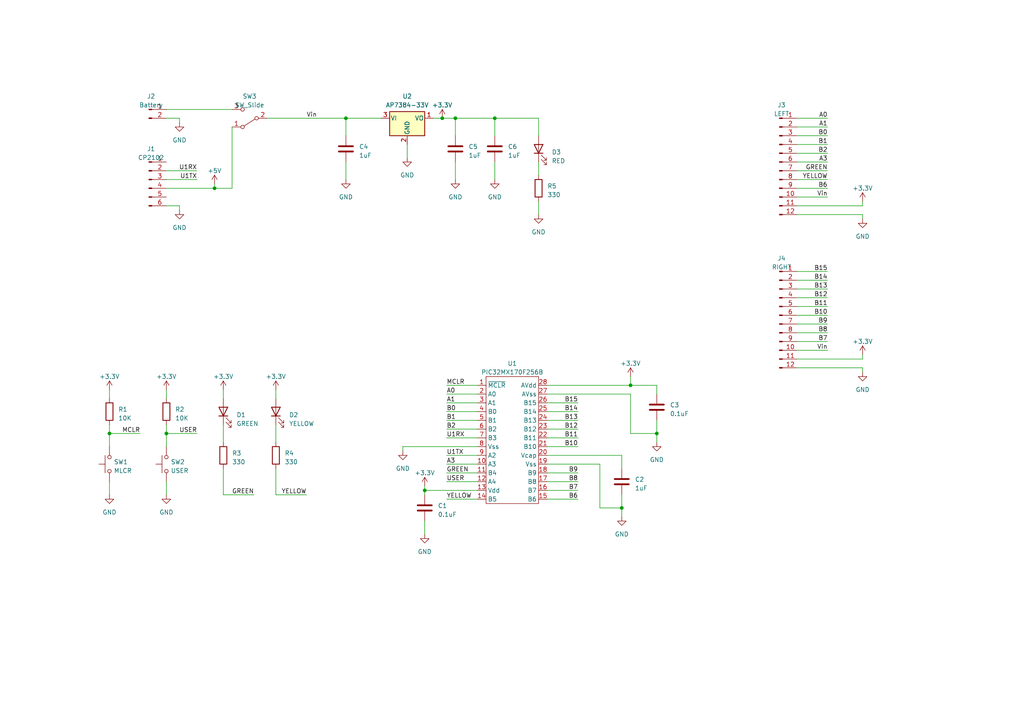
<source format=kicad_sch>
(kicad_sch (version 20230121) (generator eeschema)
  (paper "A4")
  (lib_symbols
    (symbol "Connector:Conn_01x02_Pin" (pin_names (offset 1.016) hide)
      (property "Reference" "J" (at 0 2.54 0))
      (property "Value" "Conn_01x02_Pin" (at 0 -5.08 0))
      (symbol "Conn_01x02_Pin_1_1"
        (polyline (pts (xy 1.27 -2.54) (xy 0.8636 -2.54)) (stroke (width 0.1524)))
        (polyline (pts (xy 1.27 0) (xy 0.8636 0)) (stroke (width 0.1524)))
        (rectangle (start 0.8636 -2.413) (end 0 -2.667) (stroke (width 0.1524)) (fill (type outline)))
        (rectangle (start 0.8636 0.127) (end 0 -0.127) (stroke (width 0.1524)) (fill (type outline)))
        (pin passive line (at 5.08 0 180) (length 3.81) (name "Pin_1") (number "1"))
        (pin passive line (at 5.08 -2.54 180) (length 3.81) (name "Pin_2") (number "2"))
      )
    )
    (symbol "Connector:Conn_01x06_Pin" (pin_names (offset 1.016) hide)
      (property "Reference" "J" (at 0 7.62 0))
      (property "Value" "Conn_01x06_Pin" (at 0 -10.16 0))
      (symbol "Conn_01x06_Pin_1_1"
        (polyline (pts (xy 1.27 -7.62) (xy 0.8636 -7.62)) (stroke (width 0.1524)))
        (polyline (pts (xy 1.27 -5.08) (xy 0.8636 -5.08)) (stroke (width 0.1524)))
        (polyline (pts (xy 1.27 -2.54) (xy 0.8636 -2.54)) (stroke (width 0.1524)))
        (polyline (pts (xy 1.27 0) (xy 0.8636 0)) (stroke (width 0.1524)))
        (polyline (pts (xy 1.27 2.54) (xy 0.8636 2.54)) (stroke (width 0.1524)))
        (polyline (pts (xy 1.27 5.08) (xy 0.8636 5.08)) (stroke (width 0.1524)))
        (rectangle (start 0.8636 -7.493) (end 0 -7.747) (stroke (width 0.1524)) (fill (type outline)))
        (rectangle (start 0.8636 -4.953) (end 0 -5.207) (stroke (width 0.1524)) (fill (type outline)))
        (rectangle (start 0.8636 -2.413) (end 0 -2.667) (stroke (width 0.1524)) (fill (type outline)))
        (rectangle (start 0.8636 0.127) (end 0 -0.127) (stroke (width 0.1524)) (fill (type outline)))
        (rectangle (start 0.8636 2.667) (end 0 2.413) (stroke (width 0.1524)) (fill (type outline)))
        (rectangle (start 0.8636 5.207) (end 0 4.953) (stroke (width 0.1524)) (fill (type outline)))
        (pin passive line (at 5.08 5.08 180) (length 3.81) (name "Pin_1") (number "1"))
        (pin passive line (at 5.08 2.54 180) (length 3.81) (name "Pin_2") (number "2"))
        (pin passive line (at 5.08 0 180) (length 3.81) (name "Pin_3") (number "3"))
        (pin passive line (at 5.08 -2.54 180) (length 3.81) (name "Pin_4") (number "4"))
        (pin passive line (at 5.08 -5.08 180) (length 3.81) (name "Pin_5") (number "5"))
        (pin passive line (at 5.08 -7.62 180) (length 3.81) (name "Pin_6") (number "6"))
      )
    )
    (symbol "Connector:Conn_01x12_Pin" (pin_names (offset 1.016) hide)
      (property "Reference" "J" (at 0 15.24 0))
      (property "Value" "Conn_01x12_Pin" (at 0 -17.78 0))
      (symbol "Conn_01x12_Pin_1_1"
        (polyline (pts (xy 1.27 -15.24) (xy 0.8636 -15.24)) (stroke (width 0.1524)))
        (polyline (pts (xy 1.27 -12.7) (xy 0.8636 -12.7)) (stroke (width 0.1524)))
        (polyline (pts (xy 1.27 -10.16) (xy 0.8636 -10.16)) (stroke (width 0.1524)))
        (polyline (pts (xy 1.27 -7.62) (xy 0.8636 -7.62)) (stroke (width 0.1524)))
        (polyline (pts (xy 1.27 -5.08) (xy 0.8636 -5.08)) (stroke (width 0.1524)))
        (polyline (pts (xy 1.27 -2.54) (xy 0.8636 -2.54)) (stroke (width 0.1524)))
        (polyline (pts (xy 1.27 0) (xy 0.8636 0)) (stroke (width 0.1524)))
        (polyline (pts (xy 1.27 2.54) (xy 0.8636 2.54)) (stroke (width 0.1524)))
        (polyline (pts (xy 1.27 5.08) (xy 0.8636 5.08)) (stroke (width 0.1524)))
        (polyline (pts (xy 1.27 7.62) (xy 0.8636 7.62)) (stroke (width 0.1524)))
        (polyline (pts (xy 1.27 10.16) (xy 0.8636 10.16)) (stroke (width 0.1524)))
        (polyline (pts (xy 1.27 12.7) (xy 0.8636 12.7)) (stroke (width 0.1524)))
        (rectangle (start 0.8636 -15.113) (end 0 -15.367) (stroke (width 0.1524)) (fill (type outline)))
        (rectangle (start 0.8636 -12.573) (end 0 -12.827) (stroke (width 0.1524)) (fill (type outline)))
        (rectangle (start 0.8636 -10.033) (end 0 -10.287) (stroke (width 0.1524)) (fill (type outline)))
        (rectangle (start 0.8636 -7.493) (end 0 -7.747) (stroke (width 0.1524)) (fill (type outline)))
        (rectangle (start 0.8636 -4.953) (end 0 -5.207) (stroke (width 0.1524)) (fill (type outline)))
        (rectangle (start 0.8636 -2.413) (end 0 -2.667) (stroke (width 0.1524)) (fill (type outline)))
        (rectangle (start 0.8636 0.127) (end 0 -0.127) (stroke (width 0.1524)) (fill (type outline)))
        (rectangle (start 0.8636 2.667) (end 0 2.413) (stroke (width 0.1524)) (fill (type outline)))
        (rectangle (start 0.8636 5.207) (end 0 4.953) (stroke (width 0.1524)) (fill (type outline)))
        (rectangle (start 0.8636 7.747) (end 0 7.493) (stroke (width 0.1524)) (fill (type outline)))
        (rectangle (start 0.8636 10.287) (end 0 10.033) (stroke (width 0.1524)) (fill (type outline)))
        (rectangle (start 0.8636 12.827) (end 0 12.573) (stroke (width 0.1524)) (fill (type outline)))
        (pin passive line (at 5.08 12.7 180) (length 3.81) (name "Pin_1") (number "1"))
        (pin passive line (at 5.08 -10.16 180) (length 3.81) (name "Pin_10") (number "10"))
        (pin passive line (at 5.08 -12.7 180) (length 3.81) (name "Pin_11") (number "11"))
        (pin passive line (at 5.08 -15.24 180) (length 3.81) (name "Pin_12") (number "12"))
        (pin passive line (at 5.08 10.16 180) (length 3.81) (name "Pin_2") (number "2"))
        (pin passive line (at 5.08 7.62 180) (length 3.81) (name "Pin_3") (number "3"))
        (pin passive line (at 5.08 5.08 180) (length 3.81) (name "Pin_4") (number "4"))
        (pin passive line (at 5.08 2.54 180) (length 3.81) (name "Pin_5") (number "5"))
        (pin passive line (at 5.08 0 180) (length 3.81) (name "Pin_6") (number "6"))
        (pin passive line (at 5.08 -2.54 180) (length 3.81) (name "Pin_7") (number "7"))
        (pin passive line (at 5.08 -5.08 180) (length 3.81) (name "Pin_8") (number "8"))
        (pin passive line (at 5.08 -7.62 180) (length 3.81) (name "Pin_9") (number "9"))
      )
    )
    (symbol "Device:C" (pin_numbers hide) (pin_names (offset 0.254))
      (property "Reference" "C" (at 0.635 2.54 0))
      (property "Value" "C" (at 0.635 -2.54 0))
      (symbol "C_0_1"
        (polyline (pts (xy -2.032 -0.762) (xy 2.032 -0.762)) (stroke (width 0.508)))
        (polyline (pts (xy -2.032 0.762) (xy 2.032 0.762)) (stroke (width 0.508)))
      )
      (symbol "C_1_1"
        (pin passive line (at 0 3.81 270) (length 2.794) (name "~") (number "1"))
        (pin passive line (at 0 -3.81 90) (length 2.794) (name "~") (number "2"))
      )
    )
    (symbol "Device:LED" (pin_numbers hide) (pin_names (offset 1.016) hide)
      (property "Reference" "D" (at 0 2.54 0))
      (property "Value" "LED" (at 0 -2.54 0))
      (symbol "LED_0_1"
        (polyline (pts (xy -1.27 -1.27) (xy -1.27 1.27)) (stroke (width 0.254)))
        (polyline (pts (xy -1.27 0) (xy 1.27 0)))
        (polyline (pts (xy 1.27 -1.27) (xy 1.27 1.27) (xy -1.27 0) (xy 1.27 -1.27)) (stroke (width 0.254)))
        (polyline (pts (xy -3.048 -0.762) (xy -4.572 -2.286) (xy -3.81 -2.286) (xy -4.572 -2.286) (xy -4.572 -1.524)))
        (polyline (pts (xy -1.778 -0.762) (xy -3.302 -2.286) (xy -2.54 -2.286) (xy -3.302 -2.286) (xy -3.302 -1.524)))
      )
      (symbol "LED_1_1"
        (pin passive line (at -3.81 0 0) (length 2.54) (name "K") (number "1"))
        (pin passive line (at 3.81 0 180) (length 2.54) (name "A") (number "2"))
      )
    )
    (symbol "Device:R" (pin_numbers hide) (pin_names (offset 0))
      (property "Reference" "R" (at 2.032 0 90))
      (property "Value" "R" (at 0 0 90))
      (symbol "R_0_1"
        (rectangle (start -1.016 -2.54) (end 1.016 2.54) (stroke (width 0.254)))
      )
      (symbol "R_1_1"
        (pin passive line (at 0 3.81 270) (length 1.27) (name "~") (number "1"))
        (pin passive line (at 0 -3.81 90) (length 1.27) (name "~") (number "2"))
      )
    )
    (symbol "HW4:AP7384-33V" (pin_names (offset 0.254))
      (property "Reference" "U" (at -3.81 3.175 0))
      (property "Value" "AP7384-33V" (at 0 3.175 0))
      (symbol "AP7384-33V_0_1"
        (rectangle (start -5.08 1.905) (end 5.08 -5.08) (stroke (width 0.254)) (fill (type background)))
      )
      (symbol "AP7384-33V_1_1"
        (pin power_out line (at 7.62 0 180) (length 2.54) (name "VO") (number "1"))
        (pin power_in line (at 0 -7.62 90) (length 2.54) (name "GND") (number "2"))
        (pin power_in line (at -7.62 0 0) (length 2.54) (name "VI") (number "3"))
      )
    )
    (symbol "HW4:PIC32MX170F256B"
      (property "Reference" "U" (at 0 21.59 0))
      (property "Value" "PIC32MX170F256B" (at 0 19.05 0))
      (symbol "PIC32MX170F256B_0_1"
        (rectangle (start -7.62 17.78) (end 7.62 -19.05))
      )
      (symbol "PIC32MX170F256B_1_1"
        (pin input line (at -10.16 15.24 0) (length 2.54) (name "~{MCLR}") (number "1"))
        (pin input line (at -10.16 -7.62 0) (length 2.54) (name "A3") (number "10"))
        (pin input line (at -10.16 -10.16 0) (length 2.54) (name "B4") (number "11"))
        (pin input line (at -10.16 -12.7 0) (length 2.54) (name "A4") (number "12"))
        (pin input line (at -10.16 -15.24 0) (length 2.54) (name "Vdd") (number "13"))
        (pin input line (at -10.16 -17.78 0) (length 2.54) (name "B5") (number "14"))
        (pin input line (at 10.16 -17.78 180) (length 2.54) (name "B6") (number "15"))
        (pin input line (at 10.16 -15.24 180) (length 2.54) (name "B7") (number "16"))
        (pin input line (at 10.16 -12.7 180) (length 2.54) (name "B8") (number "17"))
        (pin input line (at 10.16 -10.16 180) (length 2.54) (name "B9") (number "18"))
        (pin input line (at 10.16 -7.62 180) (length 2.54) (name "Vss") (number "19"))
        (pin input line (at -10.16 12.7 0) (length 2.54) (name "A0") (number "2"))
        (pin input line (at 10.16 -5.08 180) (length 2.54) (name "Vcap") (number "20"))
        (pin input line (at 10.16 -2.54 180) (length 2.54) (name "B10") (number "21"))
        (pin input line (at 10.16 0 180) (length 2.54) (name "B11") (number "22"))
        (pin input line (at 10.16 2.54 180) (length 2.54) (name "B12") (number "23"))
        (pin input line (at 10.16 5.08 180) (length 2.54) (name "B13") (number "24"))
        (pin input line (at 10.16 7.62 180) (length 2.54) (name "B14") (number "25"))
        (pin input line (at 10.16 10.16 180) (length 2.54) (name "B15") (number "26"))
        (pin input line (at 10.16 12.7 180) (length 2.54) (name "AVss") (number "27"))
        (pin input line (at 10.16 15.24 180) (length 2.54) (name "AVdd") (number "28"))
        (pin input line (at -10.16 10.16 0) (length 2.54) (name "A1") (number "3"))
        (pin input line (at -10.16 7.62 0) (length 2.54) (name "B0") (number "4"))
        (pin input line (at -10.16 5.08 0) (length 2.54) (name "B1") (number "5"))
        (pin input line (at -10.16 2.54 0) (length 2.54) (name "B2") (number "6"))
        (pin input line (at -10.16 0 0) (length 2.54) (name "B3") (number "7"))
        (pin input line (at -10.16 -2.54 0) (length 2.54) (name "Vss") (number "8"))
        (pin input line (at -10.16 -5.08 0) (length 2.54) (name "A2") (number "9"))
      )
    )
    (symbol "Switch:SW_Push" (pin_numbers hide) (pin_names (offset 1.016) hide)
      (property "Reference" "SW" (at 1.27 2.54 0))
      (property "Value" "SW_Push" (at 0 -1.524 0))
      (symbol "SW_Push_0_1"
        (circle (center -2.032 0) (radius 0.508))
        (polyline (pts (xy 0 1.27) (xy 0 3.048)))
        (polyline (pts (xy 2.54 1.27) (xy -2.54 1.27)))
        (circle (center 2.032 0) (radius 0.508))
        (pin passive line (at -5.08 0 0) (length 2.54) (name "1") (number "1"))
        (pin passive line (at 5.08 0 180) (length 2.54) (name "2") (number "2"))
      )
    )
    (symbol "Switch:SW_SPDT" (pin_names (offset 0) hide)
      (property "Reference" "SW" (at 0 4.318 0))
      (property "Value" "SW_SPDT" (at 0 -5.08 0))
      (symbol "SW_SPDT_0_0"
        (circle (center -2.032 0) (radius 0.508))
        (circle (center 2.032 -2.54) (radius 0.508))
      )
      (symbol "SW_SPDT_0_1"
        (polyline (pts (xy -1.524 0.254) (xy 1.651 2.286)))
        (circle (center 2.032 2.54) (radius 0.508))
      )
      (symbol "SW_SPDT_1_1"
        (pin passive line (at 5.08 2.54 180) (length 2.54) (name "A") (number "1"))
        (pin passive line (at -5.08 0 0) (length 2.54) (name "B") (number "2"))
        (pin passive line (at 5.08 -2.54 180) (length 2.54) (name "C") (number "3"))
      )
    )
    (symbol "power:+3.3V" (power) (pin_names (offset 0))
      (property "Value" "+3.3V" (at 0 3.556 0))
      (symbol "+3.3V_0_1"
        (polyline (pts (xy -0.762 1.27) (xy 0 2.54)))
        (polyline (pts (xy 0 0) (xy 0 2.54)))
        (polyline (pts (xy 0 2.54) (xy 0.762 1.27)))
      )
      (symbol "+3.3V_1_1"
        (pin power_in line (at 0 0 90) (length 0) hide (name "+3.3V") (number "1"))
      )
    )
    (symbol "power:+5V" (power) (pin_names (offset 0))
      (property "Value" "+5V" (at 0 3.556 0))
      (symbol "+5V_0_1"
        (polyline (pts (xy -0.762 1.27) (xy 0 2.54)))
        (polyline (pts (xy 0 0) (xy 0 2.54)))
        (polyline (pts (xy 0 2.54) (xy 0.762 1.27)))
      )
      (symbol "+5V_1_1"
        (pin power_in line (at 0 0 90) (length 0) hide (name "+5V") (number "1"))
      )
    )
    (symbol "power:GND" (power) (pin_names (offset 0))
      (property "Value" "GND" (at 0 -3.81 0))
      (symbol "GND_0_1"
        (polyline (pts (xy 0 0) (xy 0 -1.27) (xy 1.27 -1.27) (xy 0 -2.54) (xy -1.27 -1.27) (xy 0 -1.27)))
      )
      (symbol "GND_1_1"
        (pin power_in line (at 0 0 270) (length 0) hide (name "GND") (number "1"))
      )
    )
  )
  (junction (at 48.26 125.73))
  (junction (at 123.19 142.24))
  (junction (at 190.5 125.73))
  (junction (at 100.33 34.29))
  (junction (at 62.23 54.61))
  (junction (at 31.75 125.73))
  (junction (at 132.08 34.29))
  (junction (at 143.51 34.29))
  (junction (at 180.34 147.32))
  (junction (at 128.27 34.29))
  (junction (at 182.88 111.76))
  (wire (pts (xy 182.88 111.76) (xy 190.5 111.76)))
  (wire (pts (xy 100.33 34.29) (xy 100.33 39.37)))
  (wire (pts (xy 231.14 101.6) (xy 240.03 101.6)))
  (wire (pts (xy 250.19 106.68) (xy 250.19 107.95)))
  (wire (pts (xy 128.27 34.29) (xy 132.08 34.29)))
  (wire (pts (xy 48.26 113.03) (xy 48.26 115.57)))
  (wire (pts (xy 129.54 137.16) (xy 138.43 137.16)))
  (wire (pts (xy 48.26 54.61) (xy 62.23 54.61)))
  (wire (pts (xy 125.73 34.29) (xy 128.27 34.29)))
  (wire (pts (xy 250.19 59.69) (xy 250.19 58.42)))
  (wire (pts (xy 158.75 139.7) (xy 167.64 139.7)))
  (wire (pts (xy 64.77 143.51) (xy 73.66 143.51)))
  (wire (pts (xy 173.99 134.62) (xy 173.99 147.32)))
  (wire (pts (xy 48.26 139.7) (xy 48.26 143.51)))
  (wire (pts (xy 80.01 135.89) (xy 80.01 143.51)))
  (wire (pts (xy 231.14 49.53) (xy 240.03 49.53)))
  (wire (pts (xy 100.33 34.29) (xy 110.49 34.29)))
  (wire (pts (xy 158.75 144.78) (xy 167.64 144.78)))
  (wire (pts (xy 67.31 36.83) (xy 67.31 54.61)))
  (wire (pts (xy 180.34 147.32) (xy 180.34 149.86)))
  (wire (pts (xy 31.75 113.03) (xy 31.75 115.57)))
  (wire (pts (xy 116.84 129.54) (xy 138.43 129.54)))
  (wire (pts (xy 231.14 36.83) (xy 240.03 36.83)))
  (wire (pts (xy 48.26 59.69) (xy 52.07 59.69)))
  (wire (pts (xy 158.75 121.92) (xy 167.64 121.92)))
  (wire (pts (xy 231.14 88.9) (xy 240.03 88.9)))
  (wire (pts (xy 158.75 124.46) (xy 167.64 124.46)))
  (wire (pts (xy 31.75 123.19) (xy 31.75 125.73)))
  (wire (pts (xy 182.88 125.73) (xy 190.5 125.73)))
  (wire (pts (xy 132.08 46.99) (xy 132.08 52.07)))
  (wire (pts (xy 129.54 111.76) (xy 138.43 111.76)))
  (wire (pts (xy 132.08 34.29) (xy 132.08 39.37)))
  (wire (pts (xy 48.26 49.53) (xy 57.15 49.53)))
  (wire (pts (xy 129.54 132.08) (xy 138.43 132.08)))
  (wire (pts (xy 158.75 114.3) (xy 182.88 114.3)))
  (wire (pts (xy 129.54 124.46) (xy 138.43 124.46)))
  (wire (pts (xy 156.21 58.42) (xy 156.21 62.23)))
  (wire (pts (xy 158.75 142.24) (xy 167.64 142.24)))
  (wire (pts (xy 118.11 41.91) (xy 118.11 45.72)))
  (wire (pts (xy 231.14 93.98) (xy 240.03 93.98)))
  (wire (pts (xy 48.26 31.75) (xy 67.31 31.75)))
  (wire (pts (xy 31.75 125.73) (xy 31.75 129.54)))
  (wire (pts (xy 48.26 52.07) (xy 57.15 52.07)))
  (wire (pts (xy 31.75 139.7) (xy 31.75 143.51)))
  (wire (pts (xy 64.77 135.89) (xy 64.77 143.51)))
  (wire (pts (xy 129.54 119.38) (xy 138.43 119.38)))
  (wire (pts (xy 129.54 127) (xy 138.43 127)))
  (wire (pts (xy 48.26 123.19) (xy 48.26 125.73)))
  (wire (pts (xy 64.77 123.19) (xy 64.77 128.27)))
  (wire (pts (xy 123.19 142.24) (xy 138.43 142.24)))
  (wire (pts (xy 231.14 44.45) (xy 240.03 44.45)))
  (wire (pts (xy 116.84 129.54) (xy 116.84 130.81)))
  (wire (pts (xy 129.54 144.78) (xy 138.43 144.78)))
  (wire (pts (xy 80.01 143.51) (xy 88.9 143.51)))
  (wire (pts (xy 231.14 78.74) (xy 240.03 78.74)))
  (wire (pts (xy 250.19 104.14) (xy 250.19 102.87)))
  (wire (pts (xy 231.14 52.07) (xy 240.03 52.07)))
  (wire (pts (xy 62.23 54.61) (xy 67.31 54.61)))
  (wire (pts (xy 231.14 39.37) (xy 240.03 39.37)))
  (wire (pts (xy 173.99 147.32) (xy 180.34 147.32)))
  (wire (pts (xy 31.75 125.73) (xy 40.64 125.73)))
  (wire (pts (xy 158.75 129.54) (xy 167.64 129.54)))
  (wire (pts (xy 143.51 34.29) (xy 143.51 39.37)))
  (wire (pts (xy 129.54 121.92) (xy 138.43 121.92)))
  (wire (pts (xy 156.21 34.29) (xy 156.21 39.37)))
  (wire (pts (xy 129.54 134.62) (xy 138.43 134.62)))
  (wire (pts (xy 80.01 123.19) (xy 80.01 128.27)))
  (wire (pts (xy 132.08 34.29) (xy 143.51 34.29)))
  (wire (pts (xy 180.34 132.08) (xy 180.34 135.89)))
  (wire (pts (xy 182.88 114.3) (xy 182.88 125.73)))
  (wire (pts (xy 231.14 41.91) (xy 240.03 41.91)))
  (wire (pts (xy 182.88 109.22) (xy 182.88 111.76)))
  (wire (pts (xy 64.77 113.03) (xy 64.77 115.57)))
  (wire (pts (xy 180.34 143.51) (xy 180.34 147.32)))
  (wire (pts (xy 123.19 151.13) (xy 123.19 154.94)))
  (wire (pts (xy 231.14 104.14) (xy 250.19 104.14)))
  (wire (pts (xy 231.14 46.99) (xy 240.03 46.99)))
  (wire (pts (xy 158.75 134.62) (xy 173.99 134.62)))
  (wire (pts (xy 129.54 139.7) (xy 138.43 139.7)))
  (wire (pts (xy 143.51 34.29) (xy 156.21 34.29)))
  (wire (pts (xy 231.14 99.06) (xy 240.03 99.06)))
  (wire (pts (xy 231.14 34.29) (xy 240.03 34.29)))
  (wire (pts (xy 123.19 142.24) (xy 123.19 143.51)))
  (wire (pts (xy 190.5 125.73) (xy 190.5 128.27)))
  (wire (pts (xy 190.5 111.76) (xy 190.5 114.3)))
  (wire (pts (xy 52.07 59.69) (xy 52.07 60.96)))
  (wire (pts (xy 52.07 34.29) (xy 52.07 35.56)))
  (wire (pts (xy 77.47 34.29) (xy 100.33 34.29)))
  (wire (pts (xy 129.54 114.3) (xy 138.43 114.3)))
  (wire (pts (xy 143.51 46.99) (xy 143.51 52.07)))
  (wire (pts (xy 48.26 125.73) (xy 48.26 129.54)))
  (wire (pts (xy 123.19 140.97) (xy 123.19 142.24)))
  (wire (pts (xy 62.23 53.34) (xy 62.23 54.61)))
  (wire (pts (xy 100.33 46.99) (xy 100.33 52.07)))
  (wire (pts (xy 129.54 116.84) (xy 138.43 116.84)))
  (wire (pts (xy 158.75 116.84) (xy 167.64 116.84)))
  (wire (pts (xy 158.75 137.16) (xy 167.64 137.16)))
  (wire (pts (xy 231.14 81.28) (xy 240.03 81.28)))
  (wire (pts (xy 231.14 57.15) (xy 240.03 57.15)))
  (wire (pts (xy 156.21 46.99) (xy 156.21 50.8)))
  (wire (pts (xy 231.14 96.52) (xy 240.03 96.52)))
  (wire (pts (xy 231.14 86.36) (xy 240.03 86.36)))
  (wire (pts (xy 231.14 83.82) (xy 240.03 83.82)))
  (wire (pts (xy 231.14 91.44) (xy 240.03 91.44)))
  (wire (pts (xy 231.14 54.61) (xy 240.03 54.61)))
  (wire (pts (xy 158.75 111.76) (xy 182.88 111.76)))
  (wire (pts (xy 231.14 59.69) (xy 250.19 59.69)))
  (wire (pts (xy 80.01 113.03) (xy 80.01 115.57)))
  (wire (pts (xy 158.75 132.08) (xy 180.34 132.08)))
  (wire (pts (xy 190.5 121.92) (xy 190.5 125.73)))
  (wire (pts (xy 250.19 62.23) (xy 250.19 63.5)))
  (wire (pts (xy 158.75 119.38) (xy 167.64 119.38)))
  (wire (pts (xy 48.26 125.73) (xy 57.15 125.73)))
  (wire (pts (xy 48.26 34.29) (xy 52.07 34.29)))
  (wire (pts (xy 231.14 106.68) (xy 250.19 106.68)))
  (wire (pts (xy 158.75 127) (xy 167.64 127)))
  (wire (pts (xy 231.14 62.23) (xy 250.19 62.23)))
  (label "A0" (at 240.03 34.29 180))
  (label "B1" (at 240.03 41.91 180))
  (label "U1TX" (at 129.54 132.08 0))
  (label "B11" (at 167.64 127 180))
  (label "B11" (at 240.03 88.9 180))
  (label "B13" (at 240.03 83.82 180))
  (label "B2" (at 240.03 44.45 180))
  (label "MCLR" (at 129.54 111.76 0))
  (label "B10" (at 240.03 91.44 180))
  (label "B8" (at 240.03 96.52 180))
  (label "B15" (at 167.64 116.84 180))
  (label "B7" (at 167.64 142.24 180))
  (label "B10" (at 167.64 129.54 180))
  (label "B7" (at 240.03 99.06 180))
  (label "GREEN" (at 73.66 143.51 180))
  (label "YELLOW" (at 88.9 143.51 180))
  (label "B9" (at 167.64 137.16 180))
  (label "B0" (at 240.03 39.37 180))
  (label "GREEN" (at 129.54 137.16 0))
  (label "B6" (at 167.64 144.78 180))
  (label "B14" (at 240.03 81.28 180))
  (label "B6" (at 240.03 54.61 180))
  (label "B14" (at 167.64 119.38 180))
  (label "A0" (at 129.54 114.3 0))
  (label "MCLR" (at 40.64 125.73 180))
  (label "YELLOW" (at 129.54 144.78 0))
  (label "U1RX" (at 129.54 127 0))
  (label "B12" (at 240.03 86.36 180))
  (label "B12" (at 167.64 124.46 180))
  (label "Vin" (at 240.03 101.6 180))
  (label "B15" (at 240.03 78.74 180))
  (label "U1TX" (at 57.15 52.07 180))
  (label "A3" (at 129.54 134.62 0))
  (label "Vin" (at 240.03 57.15 180))
  (label "B1" (at 129.54 121.92 0))
  (label "A1" (at 129.54 116.84 0))
  (label "B8" (at 167.64 139.7 180))
  (label "USER" (at 57.15 125.73 180))
  (label "YELLOW" (at 240.03 52.07 180))
  (label "Vin" (at 88.9 34.29 0))
  (label "B13" (at 167.64 121.92 180))
  (label "B2" (at 129.54 124.46 0))
  (label "A1" (at 240.03 36.83 180))
  (label "U1RX" (at 57.15 49.53 180))
  (label "GREEN" (at 240.03 49.53 180))
  (label "B9" (at 240.03 93.98 180))
  (label "USER" (at 129.54 139.7 0))
  (label "B0" (at 129.54 119.38 0))
  (label "A3" (at 240.03 46.99 180))
  (symbol (lib_id "Switch:SW_Push") (at 48.26 134.62 90) (unit 1)
    (property "Reference" "SW2" (at 49.53 133.985 90) (effects (justify right)))
    (property "Value" "USER" (at 49.53 136.525 90) (effects (justify right)))
    (property "Footprint" "HW4:Push_Button" (effects hide))
  )
  (symbol (lib_id "Connector:Conn_01x12_Pin") (at 226.06 91.44 0) (unit 1)
    (property "Reference" "J4" (at 226.695 74.93 0))
    (property "Value" "RIGHT" (at 226.695 77.47 0))
    (property "Footprint" "Connector_PinSocket_2.54mm:PinSocket_1x12_P2.54mm_Vertical" (effects hide))
  )
  (symbol (lib_id "Device:LED") (at 64.77 119.38 90) (unit 1)
    (property "Reference" "D1" (at 68.58 120.3325 90) (effects (justify right)))
    (property "Value" "GREEN" (at 68.58 122.8725 90) (effects (justify right)))
    (property "Footprint" "LED_THT:LED_D3.0mm" (effects hide))
  )
  (symbol (lib_id "power:GND") (at 190.5 128.27 0) (unit 1)
    (property "Reference" "#PWR05" (effects hide))
    (property "Value" "GND" (at 190.5 133.35 0))
  )
  (symbol (lib_id "Device:R") (at 80.01 132.08 0) (unit 1)
    (property "Reference" "R4" (at 82.55 131.445 0) (effects (justify left)))
    (property "Value" "330" (at 82.55 133.985 0) (effects (justify left)))
    (property "Footprint" "Resistor_THT:R_Axial_DIN0207_L6.3mm_D2.5mm_P7.62mm_Horizontal" (effects hide))
  )
  (symbol (lib_id "Connector:Conn_01x12_Pin") (at 226.06 46.99 0) (unit 1)
    (property "Reference" "J3" (at 226.695 30.48 0))
    (property "Value" "LEFT" (at 226.695 33.02 0))
    (property "Footprint" "Connector_PinSocket_2.54mm:PinSocket_1x12_P2.54mm_Vertical" (effects hide))
  )
  (symbol (lib_id "power:GND") (at 123.19 154.94 0) (unit 1)
    (property "Reference" "#PWR03" (effects hide))
    (property "Value" "GND" (at 123.19 160.02 0))
  )
  (symbol (lib_id "Connector:Conn_01x06_Pin") (at 43.18 52.07 0) (unit 1)
    (property "Reference" "J1" (at 43.815 43.18 0))
    (property "Value" "CP2102" (at 43.815 45.72 0))
    (property "Footprint" "Connector_PinSocket_2.54mm:PinSocket_1x06_P2.54mm_Vertical" (effects hide))
  )
  (symbol (lib_id "Device:C") (at 190.5 118.11 0) (unit 1)
    (property "Reference" "C3" (at 194.31 117.475 0) (effects (justify left)))
    (property "Value" "0.1uF" (at 194.31 120.015 0) (effects (justify left)))
    (property "Footprint" "Capacitor_THT:C_Disc_D3.4mm_W2.1mm_P2.50mm" (effects hide))
  )
  (symbol (lib_id "power:GND") (at 250.19 107.95 0) (unit 1)
    (property "Reference" "#PWR025" (effects hide))
    (property "Value" "GND" (at 250.19 113.03 0))
  )
  (symbol (lib_id "power:GND") (at 52.07 60.96 0) (unit 1)
    (property "Reference" "#PWR014" (effects hide))
    (property "Value" "GND" (at 52.07 66.04 0))
  )
  (symbol (lib_id "power:+3.3V") (at 182.88 109.22 0) (unit 1)
    (property "Reference" "#PWR06" (effects hide))
    (property "Value" "+3.3V" (at 182.88 105.41 0))
  )
  (symbol (lib_id "HW4:AP7384-33V") (at 118.11 34.29 0) (unit 1)
    (property "Reference" "U2" (at 118.11 27.94 0))
    (property "Value" "AP7384-33V" (at 118.11 30.48 0))
    (property "Footprint" "Package_TO_SOT_THT:TO-92L_Inline" (effects hide))
  )
  (symbol (lib_id "power:+3.3V") (at 80.01 113.03 0) (unit 1)
    (property "Reference" "#PWR09" (effects hide))
    (property "Value" "+3.3V" (at 80.01 109.22 0))
  )
  (symbol (lib_id "power:GND") (at 156.21 62.23 0) (unit 1)
    (property "Reference" "#PWR018" (effects hide))
    (property "Value" "GND" (at 156.21 67.31 0))
  )
  (symbol (lib_id "power:+3.3V") (at 64.77 113.03 0) (unit 1)
    (property "Reference" "#PWR010" (effects hide))
    (property "Value" "+3.3V" (at 64.77 109.22 0))
  )
  (symbol (lib_id "power:+5V") (at 62.23 53.34 0) (unit 1)
    (property "Reference" "#PWR013" (effects hide))
    (property "Value" "+5V" (at 62.23 49.53 0))
  )
  (symbol (lib_id "power:+3.3V") (at 250.19 102.87 0) (unit 1)
    (property "Reference" "#PWR024" (effects hide))
    (property "Value" "+3.3V" (at 250.19 99.06 0))
  )
  (symbol (lib_id "power:+3.3V") (at 48.26 113.03 0) (unit 1)
    (property "Reference" "#PWR08" (effects hide))
    (property "Value" "+3.3V" (at 48.26 109.22 0))
  )
  (symbol (lib_id "power:GND") (at 48.26 143.51 0) (unit 1)
    (property "Reference" "#PWR012" (effects hide))
    (property "Value" "GND" (at 48.26 148.59 0))
  )
  (symbol (lib_id "power:GND") (at 116.84 130.81 0) (unit 1)
    (property "Reference" "#PWR02" (effects hide))
    (property "Value" "GND" (at 116.84 135.89 0))
  )
  (symbol (lib_id "power:+3.3V") (at 31.75 113.03 0) (unit 1)
    (property "Reference" "#PWR07" (effects hide))
    (property "Value" "+3.3V" (at 31.75 109.22 0))
  )
  (symbol (lib_id "power:GND") (at 52.07 35.56 0) (unit 1)
    (property "Reference" "#PWR015" (effects hide))
    (property "Value" "GND" (at 52.07 40.64 0))
  )
  (symbol (lib_id "power:GND") (at 31.75 143.51 0) (unit 1)
    (property "Reference" "#PWR011" (effects hide))
    (property "Value" "GND" (at 31.75 148.59 0))
  )
  (symbol (lib_id "Device:C") (at 143.51 43.18 0) (unit 1)
    (property "Reference" "C6" (at 147.32 42.545 0) (effects (justify left)))
    (property "Value" "1uF" (at 147.32 45.085 0) (effects (justify left)))
    (property "Footprint" "Capacitor_THT:C_Disc_D5.1mm_W3.2mm_P5.00mm" (effects hide))
  )
  (symbol (lib_id "Switch:SW_Push") (at 31.75 134.62 90) (unit 1)
    (property "Reference" "SW1" (at 33.02 133.985 90) (effects (justify right)))
    (property "Value" "MLCR" (at 33.02 136.525 90) (effects (justify right)))
    (property "Footprint" "HW4:Push_Button" (effects hide))
  )
  (symbol (lib_id "power:GND") (at 180.34 149.86 0) (unit 1)
    (property "Reference" "#PWR04" (effects hide))
    (property "Value" "GND" (at 180.34 154.94 0))
  )
  (symbol (lib_id "Device:C") (at 180.34 139.7 0) (unit 1)
    (property "Reference" "C2" (at 184.15 139.065 0) (effects (justify left)))
    (property "Value" "1uF" (at 184.15 141.605 0) (effects (justify left)))
    (property "Footprint" "Capacitor_THT:C_Disc_D5.1mm_W3.2mm_P5.00mm" (effects hide))
  )
  (symbol (lib_id "Device:R") (at 156.21 54.61 0) (unit 1)
    (property "Reference" "R5" (at 158.75 53.975 0) (effects (justify left)))
    (property "Value" "330" (at 158.75 56.515 0) (effects (justify left)))
    (property "Footprint" "Resistor_THT:R_Axial_DIN0207_L6.3mm_D2.5mm_P7.62mm_Horizontal" (effects hide))
  )
  (symbol (lib_id "Connector:Conn_01x02_Pin") (at 43.18 31.75 0) (unit 1)
    (property "Reference" "J2" (at 43.815 27.94 0))
    (property "Value" "Battery" (at 43.815 30.48 0))
    (property "Footprint" "Connector_PinSocket_2.54mm:PinSocket_1x02_P2.54mm_Vertical" (effects hide))
  )
  (symbol (lib_id "Switch:SW_SPDT") (at 72.39 34.29 180) (unit 1)
    (property "Reference" "SW3" (at 72.39 27.94 0))
    (property "Value" "SW_Slide" (at 72.39 30.48 0))
    (property "Footprint" "HW4:Slide_SW2" (effects hide))
  )
  (symbol (lib_id "power:GND") (at 250.19 63.5 0) (unit 1)
    (property "Reference" "#PWR022" (effects hide))
    (property "Value" "GND" (at 250.19 68.58 0))
  )
  (symbol (lib_id "Device:R") (at 31.75 119.38 0) (unit 1)
    (property "Reference" "R1" (at 34.29 118.745 0) (effects (justify left)))
    (property "Value" "10K" (at 34.29 121.285 0) (effects (justify left)))
    (property "Footprint" "Resistor_THT:R_Axial_DIN0207_L6.3mm_D2.5mm_P7.62mm_Horizontal" (effects hide))
  )
  (symbol (lib_id "Device:LED") (at 80.01 119.38 90) (unit 1)
    (property "Reference" "D2" (at 83.82 120.3325 90) (effects (justify right)))
    (property "Value" "YELLOW" (at 83.82 122.8725 90) (effects (justify right)))
    (property "Footprint" "LED_THT:LED_D3.0mm" (effects hide))
  )
  (symbol (lib_id "power:+3.3V") (at 250.19 58.42 0) (unit 1)
    (property "Reference" "#PWR023" (effects hide))
    (property "Value" "+3.3V" (at 250.19 54.61 0))
  )
  (symbol (lib_id "power:+3.3V") (at 128.27 34.29 0) (unit 1)
    (property "Reference" "#PWR021" (effects hide))
    (property "Value" "+3.3V" (at 128.27 30.48 0))
  )
  (symbol (lib_id "power:GND") (at 143.51 52.07 0) (unit 1)
    (property "Reference" "#PWR020" (effects hide))
    (property "Value" "GND" (at 143.51 57.15 0))
  )
  (symbol (lib_id "Device:C") (at 100.33 43.18 0) (unit 1)
    (property "Reference" "C4" (at 104.14 42.545 0) (effects (justify left)))
    (property "Value" "1uF" (at 104.14 45.085 0) (effects (justify left)))
    (property "Footprint" "Capacitor_THT:C_Disc_D5.1mm_W3.2mm_P5.00mm" (effects hide))
  )
  (symbol (lib_id "Device:LED") (at 156.21 43.18 90) (unit 1)
    (property "Reference" "D3" (at 160.02 44.1325 90) (effects (justify right)))
    (property "Value" "RED" (at 160.02 46.6725 90) (effects (justify right)))
    (property "Footprint" "LED_THT:LED_D3.0mm" (effects hide))
  )
  (symbol (lib_id "power:GND") (at 118.11 45.72 0) (unit 1)
    (property "Reference" "#PWR017" (effects hide))
    (property "Value" "GND" (at 118.11 50.8 0))
  )
  (symbol (lib_id "power:GND") (at 100.33 52.07 0) (unit 1)
    (property "Reference" "#PWR016" (effects hide))
    (property "Value" "GND" (at 100.33 57.15 0))
  )
  (symbol (lib_id "power:+3.3V") (at 123.19 140.97 0) (unit 1)
    (property "Reference" "#PWR01" (effects hide))
    (property "Value" "+3.3V" (at 123.19 137.16 0))
  )
  (symbol (lib_id "HW4:PIC32MX170F256B") (at 148.59 127 0) (unit 1)
    (property "Reference" "U1" (at 148.59 105.41 0))
    (property "Value" "PIC32MX170F256B" (at 148.59 107.95 0))
    (property "Footprint" "Package_DIP:DIP-28_W7.62mm_Socket" (effects hide))
  )
  (symbol (lib_id "power:GND") (at 132.08 52.07 0) (unit 1)
    (property "Reference" "#PWR019" (effects hide))
    (property "Value" "GND" (at 132.08 57.15 0))
  )
  (symbol (lib_id "Device:C") (at 132.08 43.18 0) (unit 1)
    (property "Reference" "C5" (at 135.89 42.545 0) (effects (justify left)))
    (property "Value" "1uF" (at 135.89 45.085 0) (effects (justify left)))
    (property "Footprint" "Capacitor_THT:C_Disc_D5.1mm_W3.2mm_P5.00mm" (effects hide))
  )
  (symbol (lib_id "Device:R") (at 64.77 132.08 0) (unit 1)
    (property "Reference" "R3" (at 67.31 131.445 0) (effects (justify left)))
    (property "Value" "330" (at 67.31 133.985 0) (effects (justify left)))
    (property "Footprint" "Resistor_THT:R_Axial_DIN0207_L6.3mm_D2.5mm_P7.62mm_Horizontal" (effects hide))
  )
  (symbol (lib_id "Device:C") (at 123.19 147.32 0) (unit 1)
    (property "Reference" "C1" (at 127 146.685 0) (effects (justify left)))
    (property "Value" "0.1uF" (at 127 149.225 0) (effects (justify left)))
    (property "Footprint" "Capacitor_THT:C_Disc_D3.4mm_W2.1mm_P2.50mm" (effects hide))
  )
  (symbol (lib_id "Device:R") (at 48.26 119.38 0) (unit 1)
    (property "Reference" "R2" (at 50.8 118.745 0) (effects (justify left)))
    (property "Value" "10K" (at 50.8 121.285 0) (effects (justify left)))
    (property "Footprint" "Resistor_THT:R_Axial_DIN0207_L6.3mm_D2.5mm_P7.62mm_Horizontal" (effects hide))
  )
)
</source>
